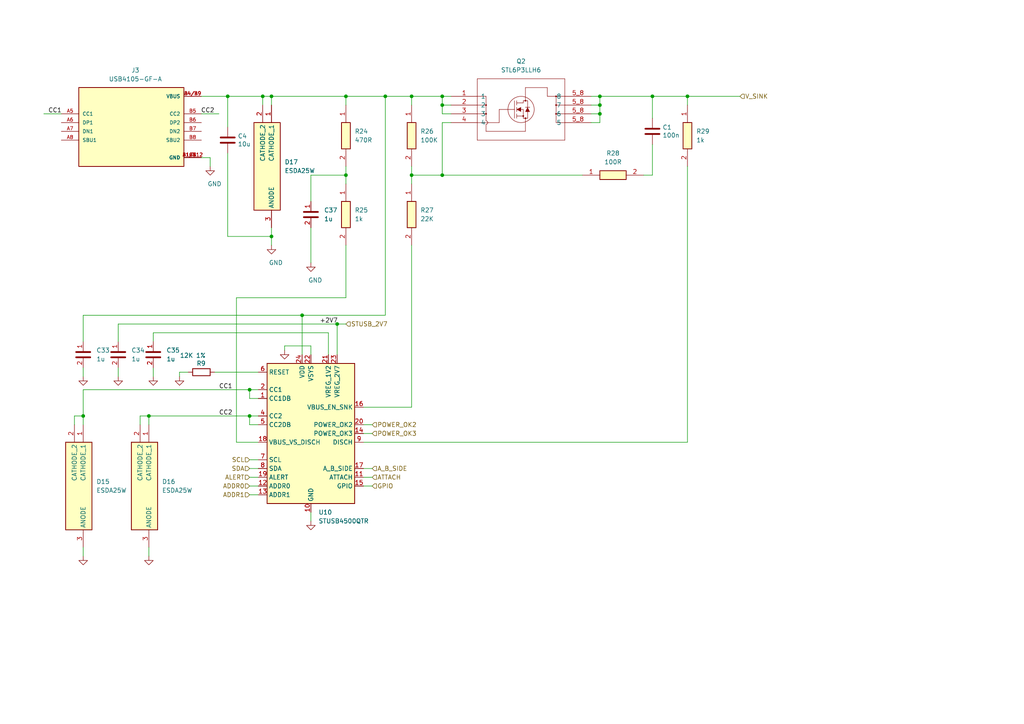
<source format=kicad_sch>
(kicad_sch (version 20230121) (generator eeschema)
  (paper "A4")
  (lib_symbols
    (symbol "08055C105JAT2A:08055C105JAT2A" (pin_names hide)
      (property "Reference" "C" (at 6.35 6.35 0))
      (property "Value" "1u" (at 6.35 3.81 0))
      (symbol "08055C105JAT2A_0_1"
        (polyline (pts (xy 3.048 -2.032) (xy 3.048 2.032)) (stroke (width 0.508)))
        (polyline (pts (xy 4.572 -2.032) (xy 4.572 2.032)) (stroke (width 0.508)))
      )
      (symbol "08055C105JAT2A_1_1"
        (pin passive line (at 0 0 0) (length 2.794) (name "~") (number "1"))
        (pin passive line (at 7.62 0 180) (length 2.794) (name "~") (number "2"))
      )
    )
    (symbol "Device:C" (pin_numbers hide) (pin_names (offset 0.254))
      (property "Reference" "C" (at 0.635 2.54 0))
      (property "Value" "C" (at 0.635 -2.54 0))
      (symbol "C_0_1"
        (polyline (pts (xy -2.032 -0.762) (xy 2.032 -0.762)) (stroke (width 0.508)))
        (polyline (pts (xy -2.032 0.762) (xy 2.032 0.762)) (stroke (width 0.508)))
      )
      (symbol "C_1_1"
        (pin passive line (at 0 3.81 270) (length 2.794) (name "~") (number "1"))
        (pin passive line (at 0 -3.81 90) (length 2.794) (name "~") (number "2"))
      )
    )
    (symbol "Device:R" (pin_numbers hide) (pin_names (offset 0))
      (property "Reference" "R" (at 2.032 0 90))
      (property "Value" "R" (at 0 0 90))
      (symbol "R_0_1"
        (rectangle (start -1.016 -2.54) (end 1.016 2.54) (stroke (width 0.254)))
      )
      (symbol "R_1_1"
        (pin passive line (at 0 3.81 270) (length 1.27) (name "~") (number "1"))
        (pin passive line (at 0 -3.81 90) (length 1.27) (name "~") (number "2"))
      )
    )
    (symbol "ESDA25W:ESDA25W"
      (property "Reference" "D" (at 31.75 7.62 0))
      (property "Value" "ESDA25W" (at 31.75 5.08 0))
      (symbol "ESDA25W_1_1"
        (rectangle (start 5.08 2.54) (end 30.48 -5.08) (stroke (width 0.254)) (fill (type background)))
        (pin passive line (at 0 0 0) (length 5.08) (name "CATHODE_1") (number "1"))
        (pin passive line (at 0 -2.54 0) (length 5.08) (name "CATHODE_2") (number "2"))
        (pin passive line (at 35.56 0 180) (length 5.08) (name "ANODE") (number "3"))
      )
    )
    (symbol "Interface_USB:STUSB4500QTR"
      (property "Reference" "U" (at -12.7 21.59 0))
      (property "Value" "STUSB4500QTR" (at 8.89 -21.59 0))
      (symbol "STUSB4500QTR_0_1"
        (rectangle (start -12.7 20.32) (end 12.7 -20.32) (stroke (width 0.254)) (fill (type background)))
      )
      (symbol "STUSB4500QTR_1_1"
        (pin bidirectional line (at -15.24 10.16 0) (length 2.54) (name "CC1DB") (number "1"))
        (pin power_in line (at 0 -22.86 90) (length 2.54) (name "GND") (number "10"))
        (pin open_collector line (at 15.24 -12.7 180) (length 2.54) (name "ATTACH") (number "11"))
        (pin input line (at -15.24 -15.24 0) (length 2.54) (name "ADDR0") (number "12"))
        (pin input line (at -15.24 -17.78 0) (length 2.54) (name "ADDR1") (number "13"))
        (pin open_collector line (at 15.24 0 180) (length 2.54) (name "POWER_OK3") (number "14"))
        (pin open_collector line (at 15.24 -15.24 180) (length 2.54) (name "GPIO") (number "15"))
        (pin open_collector line (at 15.24 7.62 180) (length 2.54) (name "VBUS_EN_SNK") (number "16"))
        (pin open_collector line (at 15.24 -10.16 180) (length 2.54) (name "A_B_SIDE") (number "17"))
        (pin input line (at -15.24 -2.54 0) (length 2.54) (name "VBUS_VS_DISCH") (number "18"))
        (pin open_collector line (at -15.24 -12.7 0) (length 2.54) (name "ALERT") (number "19"))
        (pin bidirectional line (at -15.24 12.7 0) (length 2.54) (name "CC1") (number "2"))
        (pin open_collector line (at 15.24 2.54 180) (length 2.54) (name "POWER_OK2") (number "20"))
        (pin power_out line (at 5.08 22.86 270) (length 2.54) (name "VREG_1V2") (number "21"))
        (pin power_in line (at 0 22.86 270) (length 2.54) (name "VSYS") (number "22"))
        (pin power_out line (at 7.62 22.86 270) (length 2.54) (name "VREG_2V7") (number "23"))
        (pin power_in line (at -2.54 22.86 270) (length 2.54) (name "VDD") (number "24"))
        (pin passive line (at 0 -22.86 90) (length 2.54) hide (name "GND") (number "25"))
        (pin no_connect line (at -12.7 15.24 0) (length 2.54) hide (name "NC") (number "3"))
        (pin bidirectional line (at -15.24 5.08 0) (length 2.54) (name "CC2") (number "4"))
        (pin bidirectional line (at -15.24 2.54 0) (length 2.54) (name "CC2DB") (number "5"))
        (pin input line (at -15.24 17.78 0) (length 2.54) (name "RESET") (number "6"))
        (pin input line (at -15.24 -7.62 0) (length 2.54) (name "SCL") (number "7"))
        (pin bidirectional line (at -15.24 -10.16 0) (length 2.54) (name "SDA") (number "8"))
        (pin bidirectional line (at 15.24 -2.54 180) (length 2.54) (name "DISCH") (number "9"))
      )
    )
    (symbol "STL6P3LLH6:STL6P3LLH6" (pin_names (offset 1.016))
      (property "Reference" "Q" (at 7.62 6.35 0))
      (property "Value" "STL6P3LLH6" (at 15.24 -15.24 0))
      (symbol "STL6P3LLH6_0_1"
        (polyline (pts (xy 7.62 -12.7) (xy 33.02 -12.7)) (stroke (width 0.127)))
        (polyline (pts (xy 7.62 -7.62) (xy 13.97 -7.62)) (stroke (width 0.127)))
        (polyline (pts (xy 7.62 -5.08) (xy 10.16 -5.08)) (stroke (width 0.127)))
        (polyline (pts (xy 7.62 -2.54) (xy 10.16 -2.54)) (stroke (width 0.127)))
        (polyline (pts (xy 7.62 0) (xy 10.16 0)) (stroke (width 0.127)))
        (polyline (pts (xy 7.62 5.08) (xy 7.62 -12.7)) (stroke (width 0.127)))
        (polyline (pts (xy 10.16 -10.16) (xy 21.59 -10.16)) (stroke (width 0.127)))
        (polyline (pts (xy 10.16 -8.128) (xy 10.16 -10.16)) (stroke (width 0.127)))
        (polyline (pts (xy 10.16 0) (xy 10.16 -7.112)) (stroke (width 0.127)))
        (polyline (pts (xy 13.97 -7.62) (xy 13.97 -3.81)) (stroke (width 0.127)))
        (polyline (pts (xy 13.97 -3.81) (xy 18.415 -3.81)) (stroke (width 0.127)))
        (polyline (pts (xy 18.415 -6.35) (xy 18.415 -1.27)) (stroke (width 0.127)))
        (polyline (pts (xy 19.05 -6.35) (xy 19.05 -5.08)) (stroke (width 0.127)))
        (polyline (pts (xy 19.05 -5.715) (xy 20.955 -5.715)) (stroke (width 0.127)))
        (polyline (pts (xy 19.05 -4.445) (xy 19.05 -3.175)) (stroke (width 0.127)))
        (polyline (pts (xy 19.05 -2.54) (xy 19.05 -1.27)) (stroke (width 0.127)))
        (polyline (pts (xy 19.05 -1.905) (xy 20.955 -1.905)) (stroke (width 0.127)))
        (polyline (pts (xy 20.32 -3.81) (xy 20.955 -3.81)) (stroke (width 0.127)))
        (polyline (pts (xy 20.955 -6.35) (xy 20.955 -3.81)) (stroke (width 0.127)))
        (polyline (pts (xy 20.955 -6.35) (xy 22.225 -6.35)) (stroke (width 0.127)))
        (polyline (pts (xy 20.955 -1.905) (xy 20.955 -1.27)) (stroke (width 0.127)))
        (polyline (pts (xy 20.955 -1.27) (xy 22.225 -1.27)) (stroke (width 0.127)))
        (polyline (pts (xy 21.59 -10.16) (xy 21.59 -6.35)) (stroke (width 0.127)))
        (polyline (pts (xy 21.59 2.54) (xy 21.59 -1.27)) (stroke (width 0.127)))
        (polyline (pts (xy 22.225 -6.35) (xy 22.225 -4.445)) (stroke (width 0.127)))
        (polyline (pts (xy 22.225 -3.175) (xy 22.225 -1.27)) (stroke (width 0.127)))
        (polyline (pts (xy 22.86 -3.175) (xy 21.59 -3.175)) (stroke (width 0.127)))
        (polyline (pts (xy 27.94 0) (xy 27.94 2.54)) (stroke (width 0.127)))
        (polyline (pts (xy 27.94 2.54) (xy 21.59 2.54)) (stroke (width 0.127)))
        (polyline (pts (xy 30.48 -7.62) (xy 30.48 0)) (stroke (width 0.127)))
        (polyline (pts (xy 33.02 -12.7) (xy 33.02 5.08)) (stroke (width 0.127)))
        (polyline (pts (xy 33.02 -7.62) (xy 30.48 -7.62)) (stroke (width 0.127)))
        (polyline (pts (xy 33.02 -5.08) (xy 30.48 -5.08)) (stroke (width 0.127)))
        (polyline (pts (xy 33.02 -2.54) (xy 30.48 -2.54)) (stroke (width 0.127)))
        (polyline (pts (xy 33.02 0) (xy 27.94 0)) (stroke (width 0.127)))
        (polyline (pts (xy 33.02 5.08) (xy 7.62 5.08)) (stroke (width 0.127)))
        (polyline (pts (xy 20.32 -3.175) (xy 19.05 -3.81) (xy 20.32 -4.445)) (stroke (width 0.0254)) (fill (type outline)))
        (polyline (pts (xy 22.86 -4.445) (xy 21.59 -4.445) (xy 22.225 -3.175)) (stroke (width 0.0254)) (fill (type outline)))
        (arc (start 10.16 -8.128) (mid 10.6658 -7.62) (end 10.16 -7.112) (stroke (width 0.127)))
        (circle (center 10.16 -5.08) (radius 0.127) (stroke (width 0.254)))
        (circle (center 10.16 -2.54) (radius 0.127) (stroke (width 0.254)))
        (circle (center 20.32 -3.81) (radius 3.81) (stroke (width 0.127)))
        (circle (center 20.955 -5.715) (radius 0.127) (stroke (width 0.254)))
        (circle (center 21.59 -6.35) (radius 0.127) (stroke (width 0.254)))
        (circle (center 21.59 -1.27) (radius 0.127) (stroke (width 0.254)))
        (circle (center 30.48 -5.08) (radius 0.127) (stroke (width 0.254)))
        (circle (center 30.48 -2.54) (radius 0.127) (stroke (width 0.254)))
        (circle (center 30.48 0) (radius 0.127) (stroke (width 0.254)))
        (pin unspecified line (at 0 0 0) (length 7.62) (name "1") (number "1"))
        (pin unspecified line (at 0 -2.54 0) (length 7.62) (name "2") (number "2"))
        (pin unspecified line (at 0 -5.08 0) (length 7.62) (name "3") (number "3"))
        (pin unspecified line (at 0 -7.62 0) (length 7.62) (name "4") (number "4"))
      )
      (symbol "STL6P3LLH6_1_1"
        (pin unspecified line (at 40.64 -7.62 180) (length 7.62) (name "5") (number "5_8"))
        (pin unspecified line (at 40.64 -5.08 180) (length 7.62) (name "6") (number "5_8"))
        (pin unspecified line (at 40.64 -2.54 180) (length 7.62) (name "7") (number "5_8"))
        (pin unspecified line (at 40.64 0 180) (length 7.62) (name "8") (number "5_8"))
      )
    )
    (symbol "SamacSys_Parts:CR0402-FX-1000GLF" (pin_names hide)
      (property "Reference" "R" (at 13.97 6.35 0))
      (property "Value" "CR0402-FX-1000GLF" (at 13.97 3.81 0))
      (symbol "CR0402-FX-1000GLF_1_1"
        (rectangle (start 5.08 1.27) (end 12.7 -1.27) (stroke (width 0.254)) (fill (type background)))
        (pin passive line (at 0 0 0) (length 5.08) (name "1") (number "1"))
        (pin passive line (at 17.78 0 180) (length 5.08) (name "2") (number "2"))
      )
    )
    (symbol "SamacSys_Parts:CR0402-FX-1003GLF" (pin_names hide)
      (property "Reference" "R" (at 13.97 6.35 0))
      (property "Value" "CR0402-FX-1003GLF" (at 13.97 3.81 0))
      (symbol "CR0402-FX-1003GLF_1_1"
        (rectangle (start 5.08 1.27) (end 12.7 -1.27) (stroke (width 0.254)) (fill (type background)))
        (pin passive line (at 0 0 0) (length 5.08) (name "1") (number "1"))
        (pin passive line (at 17.78 0 180) (length 5.08) (name "2") (number "2"))
      )
    )
    (symbol "SamacSys_Parts:CR0402-FX-2202GLF" (pin_names hide)
      (property "Reference" "R" (at 13.97 6.35 0))
      (property "Value" "CR0402-FX-2202GLF" (at 13.97 3.81 0))
      (symbol "CR0402-FX-2202GLF_1_1"
        (rectangle (start 5.08 1.27) (end 12.7 -1.27) (stroke (width 0.254)) (fill (type background)))
        (pin passive line (at 0 0 0) (length 5.08) (name "1") (number "1"))
        (pin passive line (at 17.78 0 180) (length 5.08) (name "2") (number "2"))
      )
    )
    (symbol "SamacSys_Parts:CR0402-JW-471GLF" (pin_names hide)
      (property "Reference" "R" (at 13.97 6.35 0))
      (property "Value" "470R" (at 13.97 3.81 0))
      (symbol "CR0402-JW-471GLF_1_1"
        (rectangle (start 5.08 1.27) (end 12.7 -1.27) (stroke (width 0.254)) (fill (type background)))
        (pin passive line (at 0 0 0) (length 5.08) (name "1") (number "1"))
        (pin passive line (at 17.78 0 180) (length 5.08) (name "2") (number "2"))
      )
    )
    (symbol "SamacSys_Parts:CR0402AFX-1001GLF" (pin_names hide)
      (property "Reference" "R" (at 13.97 6.35 0))
      (property "Value" "1k" (at 13.97 3.81 0))
      (symbol "CR0402AFX-1001GLF_1_1"
        (rectangle (start 5.08 1.27) (end 12.7 -1.27) (stroke (width 0.254)) (fill (type background)))
        (pin passive line (at 0 0 0) (length 5.08) (name "1") (number "1"))
        (pin passive line (at 17.78 0 180) (length 5.08) (name "2") (number "2"))
      )
    )
    (symbol "USB4105-GF-A:USB4105-GF-A" (pin_names (offset 1.016))
      (property "Reference" "J" (at -15.24 13.97 0))
      (property "Value" "USB4105-GF-A" (at -15.24 -12.7 0))
      (symbol "USB4105-GF-A_0_0"
        (rectangle (start -15.24 -10.16) (end 15.24 12.7) (stroke (width 0.254)) (fill (type background)))
        (pin power_in line (at 20.32 -7.62 180) (length 5.08) (name "GND") (number "A1/B12"))
        (pin power_in line (at 20.32 10.16 180) (length 5.08) (name "VBUS") (number "A4/B9"))
        (pin bidirectional line (at -20.32 5.08 0) (length 5.08) (name "CC1") (number "A5"))
        (pin bidirectional line (at -20.32 2.54 0) (length 5.08) (name "DP1") (number "A6"))
        (pin bidirectional line (at -20.32 0 0) (length 5.08) (name "DN1") (number "A7"))
        (pin bidirectional line (at -20.32 -2.54 0) (length 5.08) (name "SBU1") (number "A8"))
        (pin power_in line (at 20.32 -7.62 180) (length 5.08) (name "GND") (number "B1/A12"))
        (pin power_in line (at 20.32 10.16 180) (length 5.08) (name "VBUS") (number "B4/A9"))
        (pin bidirectional line (at 20.32 5.08 180) (length 5.08) (name "CC2") (number "B5"))
        (pin bidirectional line (at 20.32 2.54 180) (length 5.08) (name "DP2") (number "B6"))
        (pin bidirectional line (at 20.32 0 180) (length 5.08) (name "DN2") (number "B7"))
        (pin bidirectional line (at 20.32 -2.54 180) (length 5.08) (name "SBU2") (number "B8"))
        (pin power_in line (at 20.32 -7.62 180) (length 5.08) (name "GND") (number "G1"))
        (pin power_in line (at 20.32 -7.62 180) (length 5.08) (name "GND") (number "G2"))
        (pin power_in line (at 20.32 -7.62 180) (length 5.08) (name "GND") (number "G3"))
        (pin power_in line (at 20.32 -7.62 180) (length 5.08) (name "GND") (number "G4"))
      )
    )
    (symbol "power:GND" (power) (pin_names (offset 0))
      (property "Value" "GND" (at 0 -3.81 0))
      (symbol "GND_0_1"
        (polyline (pts (xy 0 0) (xy 0 -1.27) (xy 1.27 -1.27) (xy 0 -2.54) (xy -1.27 -1.27) (xy 0 -1.27)))
      )
      (symbol "GND_1_1"
        (pin power_in line (at 0 0 270) (length 0) hide (name "GND") (number "1"))
      )
    )
  )
  (junction (at 173.99 33.02))
  (junction (at 97.79 93.98))
  (junction (at 128.27 50.8))
  (junction (at 72.39 120.65))
  (junction (at 72.39 113.03))
  (junction (at 173.99 27.94))
  (junction (at 100.33 27.94))
  (junction (at 100.33 50.8))
  (junction (at 189.23 27.94))
  (junction (at 119.38 27.94))
  (junction (at 76.2 27.94))
  (junction (at 24.13 120.65))
  (junction (at 43.18 120.65))
  (junction (at 128.27 30.48))
  (junction (at 111.76 27.94))
  (junction (at 119.38 50.8))
  (junction (at 128.27 27.94))
  (junction (at 66.04 27.94))
  (junction (at 199.39 27.94))
  (junction (at 78.74 68.58))
  (junction (at 78.74 27.94))
  (junction (at 87.63 91.44))
  (junction (at 173.99 30.48))
  (wire (pts (xy 74.93 128.27) (xy 68.58 128.27)))
  (wire (pts (xy 189.23 50.8) (xy 189.23 41.91)))
  (wire (pts (xy 72.39 113.03) (xy 24.13 113.03)))
  (wire (pts (xy 24.13 158.75) (xy 24.13 161.29)))
  (wire (pts (xy 100.33 50.8) (xy 100.33 53.34)))
  (wire (pts (xy 58.42 27.94) (xy 66.04 27.94)))
  (wire (pts (xy 173.99 27.94) (xy 189.23 27.94)))
  (wire (pts (xy 105.41 125.73) (xy 107.95 125.73)))
  (wire (pts (xy 74.93 120.65) (xy 72.39 120.65)))
  (wire (pts (xy 105.41 140.97) (xy 107.95 140.97)))
  (wire (pts (xy 189.23 27.94) (xy 189.23 34.29)))
  (wire (pts (xy 78.74 27.94) (xy 78.74 30.48)))
  (wire (pts (xy 171.45 30.48) (xy 173.99 30.48)))
  (wire (pts (xy 199.39 27.94) (xy 199.39 30.48)))
  (wire (pts (xy 68.58 128.27) (xy 68.58 86.36)))
  (wire (pts (xy 74.93 113.03) (xy 72.39 113.03)))
  (wire (pts (xy 90.17 102.87) (xy 90.17 100.33)))
  (wire (pts (xy 119.38 27.94) (xy 128.27 27.94)))
  (wire (pts (xy 130.81 30.48) (xy 128.27 30.48)))
  (wire (pts (xy 58.42 33.02) (xy 63.5 33.02)))
  (wire (pts (xy 186.69 50.8) (xy 189.23 50.8)))
  (wire (pts (xy 44.45 106.68) (xy 44.45 109.22)))
  (wire (pts (xy 43.18 120.65) (xy 43.18 123.19)))
  (wire (pts (xy 52.07 107.95) (xy 52.07 109.22)))
  (wire (pts (xy 66.04 27.94) (xy 66.04 36.83)))
  (wire (pts (xy 100.33 27.94) (xy 111.76 27.94)))
  (wire (pts (xy 90.17 66.04) (xy 90.17 76.2)))
  (wire (pts (xy 90.17 50.8) (xy 100.33 50.8)))
  (wire (pts (xy 171.45 27.94) (xy 173.99 27.94)))
  (wire (pts (xy 72.39 120.65) (xy 72.39 123.19)))
  (wire (pts (xy 111.76 27.94) (xy 119.38 27.94)))
  (wire (pts (xy 171.45 35.56) (xy 173.99 35.56)))
  (wire (pts (xy 78.74 68.58) (xy 78.74 66.04)))
  (wire (pts (xy 119.38 50.8) (xy 119.38 53.34)))
  (wire (pts (xy 76.2 27.94) (xy 76.2 30.48)))
  (wire (pts (xy 199.39 128.27) (xy 105.41 128.27)))
  (wire (pts (xy 72.39 115.57) (xy 74.93 115.57)))
  (wire (pts (xy 105.41 123.19) (xy 107.95 123.19)))
  (wire (pts (xy 21.59 120.65) (xy 24.13 120.65)))
  (wire (pts (xy 100.33 71.12) (xy 100.33 86.36)))
  (wire (pts (xy 87.63 91.44) (xy 24.13 91.44)))
  (wire (pts (xy 128.27 30.48) (xy 128.27 27.94)))
  (wire (pts (xy 171.45 33.02) (xy 173.99 33.02)))
  (wire (pts (xy 68.58 86.36) (xy 100.33 86.36)))
  (wire (pts (xy 173.99 30.48) (xy 173.99 27.94)))
  (wire (pts (xy 97.79 93.98) (xy 100.33 93.98)))
  (wire (pts (xy 119.38 118.11) (xy 105.41 118.11)))
  (wire (pts (xy 54.61 107.95) (xy 52.07 107.95)))
  (wire (pts (xy 119.38 50.8) (xy 128.27 50.8)))
  (wire (pts (xy 199.39 48.26) (xy 199.39 128.27)))
  (wire (pts (xy 78.74 27.94) (xy 100.33 27.94)))
  (wire (pts (xy 24.13 91.44) (xy 24.13 99.06)))
  (wire (pts (xy 66.04 27.94) (xy 76.2 27.94)))
  (wire (pts (xy 62.23 107.95) (xy 74.93 107.95)))
  (wire (pts (xy 66.04 68.58) (xy 78.74 68.58)))
  (wire (pts (xy 78.74 68.58) (xy 78.74 71.12)))
  (wire (pts (xy 40.64 120.65) (xy 43.18 120.65)))
  (wire (pts (xy 60.96 45.72) (xy 58.42 45.72)))
  (wire (pts (xy 21.59 123.19) (xy 21.59 120.65)))
  (wire (pts (xy 111.76 27.94) (xy 111.76 91.44)))
  (wire (pts (xy 72.39 135.89) (xy 74.93 135.89)))
  (wire (pts (xy 97.79 93.98) (xy 34.29 93.98)))
  (wire (pts (xy 82.55 100.33) (xy 90.17 100.33)))
  (wire (pts (xy 128.27 33.02) (xy 128.27 30.48)))
  (wire (pts (xy 90.17 148.59) (xy 90.17 151.13)))
  (wire (pts (xy 24.13 120.65) (xy 24.13 123.19)))
  (wire (pts (xy 72.39 140.97) (xy 74.93 140.97)))
  (wire (pts (xy 34.29 106.68) (xy 34.29 109.22)))
  (wire (pts (xy 128.27 35.56) (xy 128.27 50.8)))
  (wire (pts (xy 72.39 133.35) (xy 74.93 133.35)))
  (wire (pts (xy 90.17 58.42) (xy 90.17 50.8)))
  (wire (pts (xy 100.33 27.94) (xy 100.33 30.48)))
  (wire (pts (xy 111.76 91.44) (xy 87.63 91.44)))
  (wire (pts (xy 100.33 48.26) (xy 100.33 50.8)))
  (wire (pts (xy 119.38 48.26) (xy 119.38 50.8)))
  (wire (pts (xy 66.04 44.45) (xy 66.04 68.58)))
  (wire (pts (xy 82.55 100.33) (xy 82.55 101.6)))
  (wire (pts (xy 95.25 96.52) (xy 44.45 96.52)))
  (wire (pts (xy 72.39 113.03) (xy 72.39 115.57)))
  (wire (pts (xy 72.39 123.19) (xy 74.93 123.19)))
  (wire (pts (xy 43.18 158.75) (xy 43.18 161.29)))
  (wire (pts (xy 12.7 33.02) (xy 17.78 33.02)))
  (wire (pts (xy 119.38 30.48) (xy 119.38 27.94)))
  (wire (pts (xy 105.41 135.89) (xy 107.95 135.89)))
  (wire (pts (xy 40.64 123.19) (xy 40.64 120.65)))
  (wire (pts (xy 173.99 33.02) (xy 173.99 30.48)))
  (wire (pts (xy 199.39 27.94) (xy 214.63 27.94)))
  (wire (pts (xy 72.39 143.51) (xy 74.93 143.51)))
  (wire (pts (xy 128.27 27.94) (xy 130.81 27.94)))
  (wire (pts (xy 72.39 120.65) (xy 43.18 120.65)))
  (wire (pts (xy 60.96 48.26) (xy 60.96 45.72)))
  (wire (pts (xy 130.81 35.56) (xy 128.27 35.56)))
  (wire (pts (xy 24.13 113.03) (xy 24.13 120.65)))
  (wire (pts (xy 87.63 102.87) (xy 87.63 91.44)))
  (wire (pts (xy 130.81 33.02) (xy 128.27 33.02)))
  (wire (pts (xy 189.23 27.94) (xy 199.39 27.94)))
  (wire (pts (xy 128.27 50.8) (xy 168.91 50.8)))
  (wire (pts (xy 97.79 102.87) (xy 97.79 93.98)))
  (wire (pts (xy 76.2 27.94) (xy 78.74 27.94)))
  (wire (pts (xy 95.25 102.87) (xy 95.25 96.52)))
  (wire (pts (xy 34.29 93.98) (xy 34.29 99.06)))
  (wire (pts (xy 72.39 138.43) (xy 74.93 138.43)))
  (wire (pts (xy 173.99 35.56) (xy 173.99 33.02)))
  (wire (pts (xy 119.38 71.12) (xy 119.38 118.11)))
  (wire (pts (xy 24.13 106.68) (xy 24.13 109.22)))
  (wire (pts (xy 105.41 138.43) (xy 107.95 138.43)))
  (wire (pts (xy 44.45 96.52) (xy 44.45 99.06)))
  (label "CC2" (at 63.5 120.65 0))
  (label "CC2" (at 62.23 33.02 180))
  (label "CC1" (at 13.97 33.02 0))
  (label "+2V7" (at 92.71 93.98 0))
  (label "CC1" (at 63.5 113.03 0))
  (hierarchical_label "SCL" (shape input) (at 72.39 133.35 180))
  (hierarchical_label "V_SINK" (shape input) (at 214.63 27.94 0))
  (hierarchical_label "A_B_SIDE" (shape input) (at 107.95 135.89 0))
  (hierarchical_label "ATTACH" (shape input) (at 107.95 138.43 0))
  (hierarchical_label "STUSB_2V7" (shape input) (at 100.33 93.98 0))
  (hierarchical_label "ADDR1" (shape input) (at 72.39 143.51 180))
  (hierarchical_label "GPIO" (shape input) (at 107.95 140.97 0))
  (hierarchical_label "POWER_OK2" (shape input) (at 107.95 123.19 0))
  (hierarchical_label "POWER_OK3" (shape input) (at 107.95 125.73 0))
  (hierarchical_label "ALERT" (shape input) (at 72.39 138.43 180))
  (hierarchical_label "SDA" (shape input) (at 72.39 135.89 180))
  (hierarchical_label "ADDR0" (shape input) (at 72.39 140.97 180))
  (symbol (lib_id "power:GND") (at 24.13 109.22 0) (unit 1)
    (property "Reference" "#PWR09" (effects hide))
    (property "Value" "GND" (effects hide))
    (instances (project "rpi-cm4-base-carrier" (path "" (reference "#PWR09") (unit 1)) (path "" (reference "#PWR067") (unit 1)) (path "" (reference "#PWR023") (unit 1))))
  )
  (symbol (lib_id "power:GND") (at 60.96 48.26 0) (unit 1)
    (property "Reference" "#PWR09" (effects hide))
    (property "Value" "GND" (at 62.23 53.34 0))
    (instances (project "rpi-cm4-base-carrier" (path "" (reference "#PWR09") (unit 1)) (path "" (reference "#PWR073") (unit 1)) (path "" (reference "#PWR029") (unit 1))))
  )
  (symbol (lib_id "08055C105JAT2A:08055C105JAT2A") (at 44.45 99.06 270) (unit 1)
    (property "Reference" "C35" (at 48.26 101.6 90) (effects (justify left)))
    (property "Value" "1u" (at 48.26 104.14 90) (effects (justify left)))
    (property "Footprint" "RESC2012X140N:RESC2012X140N" (effects hide))
    (property "Datasheet" "https://componentsearchengine.com/Datasheets/1/08055C105JAT2A.pdf" (effects hide))
    (property "Height" "1.4" (effects hide))
    (property "Mouser Part Number" "581-08055C105JAT2A" (effects hide))
    (property "Mouser Price/Stock" "https://www.mouser.com/Search/Refine.aspx?Keyword=581-08055C105JAT2A" (effects hide))
    (property "Manufacturer_Name" "AVX" (effects hide))
    (property "Manufacturer_Part_Number" "08055C105JAT2A" (effects hide))
    (instances (project "rpi-cm4-base-carrier" (path "" (reference "C35") (unit 1)) (path "" (reference "C11") (unit 1))))
  )
  (symbol (lib_id "ESDA25W:ESDA25W") (at 78.74 30.48 270) (unit 1)
    (property "Reference" "D17" (at 82.55 46.99 90) (effects (justify left)))
    (property "Value" "ESDA25W" (at 82.55 49.53 90) (effects (justify left)))
    (property "Footprint" "SOT65P210X110-3N:SOT65P210X110-3N" (effects hide))
    (property "Datasheet" "https://www.st.com/resource/en/datasheet/esdaxxxwx.pdf" (effects hide))
    (property "Height" "1.1" (effects hide))
    (property "Mouser Part Number" "511-ESDA25W" (effects hide))
    (property "Mouser Price/Stock" "https://www.mouser.co.uk/ProductDetail/STMicroelectronics/ESDA25W?qs=f9uBznyCLhbO4Du0O%2FZtlA%3D%3D" (effects hide))
    (property "Manufacturer_Name" "STMicroelectronics" (effects hide))
    (property "Manufacturer_Part_Number" "ESDA25W" (effects hide))
    (instances (project "rpi-cm4-base-carrier" (path "" (reference "D17") (unit 1)) (path "" (reference "D7") (unit 1))))
  )
  (symbol (lib_id "ESDA25W:ESDA25W") (at 43.18 123.19 270) (unit 1)
    (property "Reference" "D16" (at 46.99 139.7 90) (effects (justify left)))
    (property "Value" "ESDA25W" (at 46.99 142.24 90) (effects (justify left)))
    (property "Footprint" "SOT65P210X110-3N:SOT65P210X110-3N" (effects hide))
    (property "Datasheet" "https://www.st.com/resource/en/datasheet/esdaxxxwx.pdf" (effects hide))
    (property "Height" "1.1" (effects hide))
    (property "Mouser Part Number" "511-ESDA25W" (effects hide))
    (property "Mouser Price/Stock" "https://www.mouser.co.uk/ProductDetail/STMicroelectronics/ESDA25W?qs=f9uBznyCLhbO4Du0O%2FZtlA%3D%3D" (effects hide))
    (property "Manufacturer_Name" "STMicroelectronics" (effects hide))
    (property "Manufacturer_Part_Number" "ESDA25W" (effects hide))
    (instances (project "rpi-cm4-base-carrier" (path "" (reference "D16") (unit 1)) (path "" (reference "D6") (unit 1))))
  )
  (symbol (lib_id "Device:R") (at 58.42 107.95 90) (unit 1)
    (property "Reference" "R9" (at 59.69 105.41 90) (effects (justify left)))
    (property "Value" "12K 1%" (at 59.69 103.0986 90) (effects (justify left)))
    (property "Footprint" "Resistor_SMD:R_0402_1005Metric" (effects hide))
    (property "Datasheet" "https://fscdn.rohm.com/en/products/databook/datasheet/passive/resistor/chip_resistor/mcr-e.pdf" (effects hide))
    (property "Field4" "Farnell" (effects hide))
    (property "Field5" "9239367" (effects hide))
    (property "Field7" "Rohm" (effects hide))
    (property "Field6" "MCR01MZPF1202" (effects hide))
    (property "Part Description" "Resistor 12K M1005 1% 63mW" (effects hide))
    (instances (project "rpi-cm4-base-carrier" (path "" (reference "R9") (unit 1)) (path "" (reference "R23") (unit 1)) (path "" (reference "R4") (unit 1))) (project "CM4IOv5" (path "" (reference "R29") (unit 1))))
  )
  (symbol (lib_id "power:GND") (at 34.29 109.22 0) (unit 1)
    (property "Reference" "#PWR09" (effects hide))
    (property "Value" "GND" (effects hide))
    (instances (project "rpi-cm4-base-carrier" (path "" (reference "#PWR09") (unit 1)) (path "" (reference "#PWR069") (unit 1)) (path "" (reference "#PWR025") (unit 1))))
  )
  (symbol (lib_id "08055C105JAT2A:08055C105JAT2A") (at 90.17 58.42 270) (unit 1)
    (property "Reference" "C37" (at 93.98 60.96 90) (effects (justify left)))
    (property "Value" "1u" (at 93.98 63.5 90) (effects (justify left)))
    (property "Footprint" "RESC2012X140N:RESC2012X140N" (effects hide))
    (property "Datasheet" "https://componentsearchengine.com/Datasheets/1/08055C105JAT2A.pdf" (effects hide))
    (property "Height" "1.4" (effects hide))
    (property "Mouser Part Number" "581-08055C105JAT2A" (effects hide))
    (property "Mouser Price/Stock" "https://www.mouser.com/Search/Refine.aspx?Keyword=581-08055C105JAT2A" (effects hide))
    (property "Manufacturer_Name" "AVX" (effects hide))
    (property "Manufacturer_Part_Number" "08055C105JAT2A" (effects hide))
    (instances (project "rpi-cm4-base-carrier" (path "" (reference "C37") (unit 1)) (path "" (reference "C13") (unit 1))))
  )
  (symbol (lib_id "STL6P3LLH6:STL6P3LLH6") (at 130.81 27.94 0) (unit 1)
    (property "Reference" "Q2" (at 151.13 17.78 0))
    (property "Value" "STL6P3LLH6" (at 151.13 20.32 0))
    (property "Footprint" "TRANS_STL6P3LLH6:TRANS_STL6P3LLH6" (effects hide))
    (property "PARTREV" "4" (effects hide))
    (property "MANUFACTURER" "STMicroelectronics" (effects hide))
    (property "MAXIMUM_PACKAGE_HEIGHT" "0.9 mm" (effects hide))
    (property "STANDARD" "Manufacturer Recommendations" (effects hide))
    (instances (project "rpi-cm4-base-carrier" (path "" (reference "Q2") (unit 1)) (path "" (reference "Q1") (unit 1))))
  )
  (symbol (lib_id "ESDA25W:ESDA25W") (at 24.13 123.19 270) (unit 1)
    (property "Reference" "D15" (at 27.94 139.7 90) (effects (justify left)))
    (property "Value" "ESDA25W" (at 27.94 142.24 90) (effects (justify left)))
    (property "Footprint" "SOT65P210X110-3N:SOT65P210X110-3N" (effects hide))
    (property "Datasheet" "https://www.st.com/resource/en/datasheet/esdaxxxwx.pdf" (effects hide))
    (property "Height" "1.1" (effects hide))
    (property "Mouser Part Number" "511-ESDA25W" (effects hide))
    (property "Mouser Price/Stock" "https://www.mouser.co.uk/ProductDetail/STMicroelectronics/ESDA25W?qs=f9uBznyCLhbO4Du0O%2FZtlA%3D%3D" (effects hide))
    (property "Manufacturer_Name" "STMicroelectronics" (effects hide))
    (property "Manufacturer_Part_Number" "ESDA25W" (effects hide))
    (instances (project "rpi-cm4-base-carrier" (path "" (reference "D15") (unit 1)) (path "" (reference "D5") (unit 1))))
  )
  (symbol (lib_id "08055C105JAT2A:08055C105JAT2A") (at 34.29 99.06 270) (unit 1)
    (property "Reference" "C34" (at 38.1 101.6 90) (effects (justify left)))
    (property "Value" "1u" (at 38.1 104.14 90) (effects (justify left)))
    (property "Footprint" "RESC2012X140N:RESC2012X140N" (effects hide))
    (property "Datasheet" "https://componentsearchengine.com/Datasheets/1/08055C105JAT2A.pdf" (effects hide))
    (property "Height" "1.4" (effects hide))
    (property "Mouser Part Number" "581-08055C105JAT2A" (effects hide))
    (property "Mouser Price/Stock" "https://www.mouser.com/Search/Refine.aspx?Keyword=581-08055C105JAT2A" (effects hide))
    (property "Manufacturer_Name" "AVX" (effects hide))
    (property "Manufacturer_Part_Number" "08055C105JAT2A" (effects hide))
    (instances (project "rpi-cm4-base-carrier" (path "" (reference "C34") (unit 1)) (path "" (reference "C10") (unit 1))))
  )
  (symbol (lib_id "SamacSys_Parts:CR0402-FX-2202GLF") (at 119.38 53.34 270) (unit 1)
    (property "Reference" "R27" (at 121.92 60.96 90) (effects (justify left)))
    (property "Value" "22K" (at 121.92 63.5 90) (effects (justify left)))
    (property "Footprint" "SamacSys_Parts:RESC1005X40N" (effects hide))
    (property "Datasheet" "https://componentsearchengine.com/Datasheets/1/CR0402-FX-2202GLF.pdf" (effects hide))
    (property "Height" "0.4" (effects hide))
    (property "Mouser Part Number" "652-CR0402FX-2202GLF" (effects hide))
    (property "Mouser Price/Stock" "https://www.mouser.com/Search/Refine.aspx?Keyword=652-CR0402FX-2202GLF" (effects hide))
    (property "Manufacturer_Name" "Bourns" (effects hide))
    (property "Manufacturer_Part_Number" "CR0402-FX-2202GLF" (effects hide))
    (instances (project "rpi-cm4-base-carrier" (path "" (reference "R27") (unit 1)) (path "" (reference "R8") (unit 1))))
  )
  (symbol (lib_id "power:GND") (at 44.45 109.22 0) (unit 1)
    (property "Reference" "#PWR09" (effects hide))
    (property "Value" "GND" (effects hide))
    (instances (project "rpi-cm4-base-carrier" (path "" (reference "#PWR09") (unit 1)) (path "" (reference "#PWR071") (unit 1)) (path "" (reference "#PWR027") (unit 1))))
  )
  (symbol (lib_id "SamacSys_Parts:CR0402-FX-1003GLF") (at 119.38 30.48 270) (unit 1)
    (property "Reference" "R26" (at 121.92 38.1 90) (effects (justify left)))
    (property "Value" "100K" (at 121.92 40.64 90) (effects (justify left)))
    (property "Footprint" "SamacSys_Parts:RESC1005X40N" (effects hide))
    (property "Datasheet" "https://www.bourns.com/pdfs/CR0402.pdf" (effects hide))
    (property "Height" "0.4" (effects hide))
    (property "Mouser Part Number" "652-CR0402FX-1003GLF" (effects hide))
    (property "Mouser Price/Stock" "https://www.mouser.co.uk/ProductDetail/Bourns/CR0402-FX-1003GLF?qs=URDPQ%2Fj0cz1ZruPSJQ7fsA%3D%3D" (effects hide))
    (property "Manufacturer_Name" "Bourns" (effects hide))
    (property "Manufacturer_Part_Number" "CR0402-FX-1003GLF" (effects hide))
    (instances (project "rpi-cm4-base-carrier" (path "" (reference "R26") (unit 1)) (path "" (reference "R7") (unit 1))))
  )
  (symbol (lib_id "Device:C") (at 66.04 40.64 0) (unit 1)
    (property "Reference" "C4" (at 68.961 39.4716 0) (effects (justify left)))
    (property "Value" "10u" (at 68.961 41.783 0) (effects (justify left)))
    (property "Footprint" "Capacitor_SMD:C_0805_2012Metric" (effects hide))
    (property "Datasheet" "https://search.murata.co.jp/Ceramy/image/img/A01X/G101/ENG/GRM21BR71A106KA73-01.pdf" (effects hide))
    (property "Field5" "490-14381-1-ND" (effects hide))
    (property "Field4" "Digikey" (effects hide))
    (property "Field6" "GRM21BR71A106KA73L" (effects hide))
    (property "Field7" "Murata" (effects hide))
    (property "Part Description" "	10uF 10% 10V Ceramic Capacitor X7R 0805 (2012 Metric)" (effects hide))
    (property "Field8" "111893011" (effects hide))
    (instances (project "rpi-cm4-base-carrier" (path "" (reference "C4") (unit 1)) (path "" (reference "C36") (unit 1)) (path "" (reference "C12") (unit 1))) (project "CM4IOv5" (path "" (reference "C5") (unit 1))))
  )
  (symbol (lib_id "power:GND") (at 90.17 151.13 0) (unit 1)
    (property "Reference" "#PWR09" (effects hide))
    (property "Value" "GND" (effects hide))
    (instances (project "rpi-cm4-base-carrier" (path "" (reference "#PWR09") (unit 1)) (path "" (reference "#PWR077") (unit 1)) (path "" (reference "#PWR033") (unit 1))))
  )
  (symbol (lib_id "SamacSys_Parts:CR0402AFX-1001GLF") (at 100.33 53.34 270) (unit 1)
    (property "Reference" "R25" (at 102.87 60.96 90) (effects (justify left)))
    (property "Value" "1k" (at 102.87 63.5 90) (effects (justify left)))
    (property "Footprint" "SamacSys_Parts:RESC1005X37N" (effects hide))
    (property "Datasheet" "https://www.mouser.ca/datasheet/2/54/cr_a-1858337.pdf" (effects hide))
    (property "Height" "0.37" (effects hide))
    (property "Mouser Part Number" "652-CR0402AFX1001GLF" (effects hide))
    (property "Mouser Price/Stock" "https://www.mouser.co.uk/ProductDetail/Bourns/CR0402AFX-1001GLF?qs=GedFDFLaBXGtEgTtdRRFew%3D%3D" (effects hide))
    (property "Manufacturer_Name" "Bourns" (effects hide))
    (property "Manufacturer_Part_Number" "CR0402AFX-1001GLF" (effects hide))
    (instances (project "rpi-cm4-base-carrier" (path "" (reference "R25") (unit 1)) (path "" (reference "R6") (unit 1))))
  )
  (symbol (lib_id "power:GND") (at 24.13 161.29 0) (unit 1)
    (property "Reference" "#PWR09" (effects hide))
    (property "Value" "GND" (effects hide))
    (instances (project "rpi-cm4-base-carrier" (path "" (reference "#PWR09") (unit 1)) (path "" (reference "#PWR068") (unit 1)) (path "" (reference "#PWR024") (unit 1))))
  )
  (symbol (lib_id "SamacSys_Parts:CR0402-JW-471GLF") (at 100.33 30.48 270) (unit 1)
    (property "Reference" "R24" (at 102.87 38.1 90) (effects (justify left)))
    (property "Value" "470R" (at 102.87 40.64 90) (effects (justify left)))
    (property "Footprint" "SamacSys_Parts:RESC1005X40N" (effects hide))
    (property "Datasheet" "https://www.bourns.com/pdfs/CR0402.pdf" (effects hide))
    (property "Height" "0.4" (effects hide))
    (property "Mouser Part Number" "652-CR0402JW-471GLF" (effects hide))
    (property "Mouser Price/Stock" "https://www.mouser.co.uk/ProductDetail/Bourns/CR0402-JW-471GLF?qs=K5ddiUFZPT66VZszaBeSwg%3D%3D" (effects hide))
    (property "Manufacturer_Name" "Bourns" (effects hide))
    (property "Manufacturer_Part_Number" "CR0402-JW-471GLF" (effects hide))
    (instances (project "rpi-cm4-base-carrier" (path "" (reference "R24") (unit 1)) (path "" (reference "R5") (unit 1))))
  )
  (symbol (lib_id "power:GND") (at 90.17 76.2 0) (unit 1)
    (property "Reference" "#PWR09" (effects hide))
    (property "Value" "GND" (at 91.44 81.28 0))
    (instances (project "rpi-cm4-base-carrier" (path "" (reference "#PWR09") (unit 1)) (path "" (reference "#PWR076") (unit 1)) (path "" (reference "#PWR032") (unit 1))))
  )
  (symbol (lib_id "USB4105-GF-A:USB4105-GF-A") (at 38.1 38.1 0) (unit 1)
    (property "Reference" "J3" (at 39.2724 20.3864 0))
    (property "Value" "USB4105-GF-A" (at 39.2724 22.9264 0))
    (property "Footprint" "USB4105-GF-A:GCT_USB4105-GF-A" (effects hide))
    (property "AVAILABILITY" "Unavailable" (effects hide))
    (property "DESCRIPTION" "USB - C _Type - C_ USB 2.0 Receptacle Connector 24 Position Surface Mount, Right Angle; Through Hole" (effects hide))
    (property "PRICE" "None" (effects hide))
    (property "MP" "USB4105" (effects hide))
    (property "MF" "Global Connector Technology" (effects hide))
    (property "PACKAGE" "Package Analog Devices" (effects hide))
    (property "Manufacturer" "GCT" (effects hide))
    (property "MPN" "USB4105-GF-A" (effects hide))
    (property "Digi-Key_PN" "2073-USB4105-GF-ACT-ND" (effects hide))
    (instances (project "rpi-cm4-base-carrier" (path "" (reference "J3") (unit 1)) (path "" (reference "J11") (unit 1)) (path "" (reference "J5") (unit 1))))
  )
  (symbol (lib_id "Device:C") (at 189.23 38.1 0) (unit 1)
    (property "Reference" "C1" (at 192.151 36.9316 0) (effects (justify left)))
    (property "Value" "100n" (at 192.151 39.243 0) (effects (justify left)))
    (property "Footprint" "Capacitor_SMD:C_0402_1005Metric" (effects hide))
    (property "Datasheet" "https://search.murata.co.jp/Ceramy/image/img/A01X/G101/ENG/GRM155R71C104KA88-01.pdf" (effects hide))
    (property "Field4" "Farnell" (effects hide))
    (property "Field5" "2611911" (effects hide))
    (property "Field6" "RM EMK105 B7104KV-F" (effects hide))
    (property "Field7" "TAIYO YUDEN EUROPE GMBH" (effects hide))
    (property "Part Description" "	0.1uF 10% 16V Ceramic Capacitor X7R 0402 (1005 Metric)" (effects hide))
    (property "Field8" "110091611" (effects hide))
    (instances (project "rpi-cm4-base-carrier" (path "" (reference "C1") (unit 1)) (path "" (reference "C38") (unit 1)) (path "" (reference "C14") (unit 1))) (project "CM4IOv5" (path "" (reference "C12") (unit 1))))
  )
  (symbol (lib_id "power:GND") (at 82.55 101.6 0) (unit 1)
    (property "Reference" "#PWR09" (effects hide))
    (property "Value" "GND" (effects hide))
    (instances (project "rpi-cm4-base-carrier" (path "" (reference "#PWR09") (unit 1)) (path "" (reference "#PWR075") (unit 1)) (path "" (reference "#PWR031") (unit 1))))
  )
  (symbol (lib_id "SamacSys_Parts:CR0402AFX-1001GLF") (at 199.39 30.48 270) (unit 1)
    (property "Reference" "R29" (at 201.93 38.1 90) (effects (justify left)))
    (property "Value" "1k" (at 201.93 40.64 90) (effects (justify left)))
    (property "Footprint" "SamacSys_Parts:RESC1005X37N" (effects hide))
    (property "Datasheet" "https://www.mouser.ca/datasheet/2/54/cr_a-1858337.pdf" (effects hide))
    (property "Height" "0.37" (effects hide))
    (property "Mouser Part Number" "652-CR0402AFX1001GLF" (effects hide))
    (property "Mouser Price/Stock" "https://www.mouser.co.uk/ProductDetail/Bourns/CR0402AFX-1001GLF?qs=GedFDFLaBXGtEgTtdRRFew%3D%3D" (effects hide))
    (property "Manufacturer_Name" "Bourns" (effects hide))
    (property "Manufacturer_Part_Number" "CR0402AFX-1001GLF" (effects hide))
    (instances (project "rpi-cm4-base-carrier" (path "" (reference "R29") (unit 1)) (path "" (reference "R10") (unit 1))))
  )
  (symbol (lib_id "power:GND") (at 43.18 161.29 0) (unit 1)
    (property "Reference" "#PWR09" (effects hide))
    (property "Value" "GND" (effects hide))
    (instances (project "rpi-cm4-base-carrier" (path "" (reference "#PWR09") (unit 1)) (path "" (reference "#PWR070") (unit 1)) (path "" (reference "#PWR026") (unit 1))))
  )
  (symbol (lib_id "08055C105JAT2A:08055C105JAT2A") (at 24.13 99.06 270) (unit 1)
    (property "Reference" "C33" (at 27.94 101.6 90) (effects (justify left)))
    (property "Value" "1u" (at 27.94 104.14 90) (effects (justify left)))
    (property "Footprint" "RESC2012X140N:RESC2012X140N" (effects hide))
    (property "Datasheet" "https://componentsearchengine.com/Datasheets/1/08055C105JAT2A.pdf" (effects hide))
    (property "Height" "1.4" (effects hide))
    (property "Mouser Part Number" "581-08055C105JAT2A" (effects hide))
    (property "Mouser Price/Stock" "https://www.mouser.com/Search/Refine.aspx?Keyword=581-08055C105JAT2A" (effects hide))
    (property "Manufacturer_Name" "AVX" (effects hide))
    (property "Manufacturer_Part_Number" "08055C105JAT2A" (effects hide))
    (instances (project "rpi-cm4-base-carrier" (path "" (reference "C33") (unit 1)) (path "" (reference "C9") (unit 1))))
  )
  (symbol (lib_id "power:GND") (at 78.74 71.12 0) (unit 1)
    (property "Reference" "#PWR09" (effects hide))
    (property "Value" "GND" (at 80.01 76.2 0))
    (instances (project "rpi-cm4-base-carrier" (path "" (reference "#PWR09") (unit 1)) (path "" (reference "#PWR074") (unit 1)) (path "" (reference "#PWR030") (unit 1))))
  )
  (symbol (lib_id "Interface_USB:STUSB4500QTR") (at 90.17 125.73 0) (unit 1)
    (property "Reference" "U10" (at 92.3641 148.59 0) (effects (justify left)))
    (property "Value" "STUSB4500QTR" (at 92.3641 151.13 0) (effects (justify left)))
    (property "Footprint" "Package_DFN_QFN:QFN-24-1EP_4x4mm_P0.5mm_EP2.7x2.7mm" (effects hide))
    (property "Datasheet" "https://www.st.com/resource/en/datasheet/stusb4500.pdf" (effects hide))
    (instances (project "rpi-cm4-base-carrier" (path "" (reference "U10") (unit 1)) (path "" (reference "U3") (unit 1))))
  )
  (symbol (lib_id "power:GND") (at 52.07 109.22 0) (unit 1)
    (property "Reference" "#PWR09" (effects hide))
    (property "Value" "GND" (effects hide))
    (instances (project "rpi-cm4-base-carrier" (path "" (reference "#PWR09") (unit 1)) (path "" (reference "#PWR072") (unit 1)) (path "" (reference "#PWR028") (unit 1))))
  )
  (symbol (lib_id "SamacSys_Parts:CR0402-FX-1000GLF") (at 168.91 50.8 0) (unit 1)
    (property "Reference" "R28" (at 177.8 44.45 0))
    (property "Value" "100R" (at 177.8 46.99 0))
    (property "Footprint" "SamacSys_Parts:RESC1005X40N" (effects hide))
    (property "Datasheet" "https://www.bourns.com/pdfs/CR0402.pdf" (effects hide))
    (property "Height" "0.4" (effects hide))
    (property "Mouser Part Number" "652-CR0402FX-1000GLF" (effects hide))
    (property "Mouser Price/Stock" "https://www.mouser.co.uk/ProductDetail/Bourns/CR0402-FX-1000GLF?qs=URDPQ%2Fj0cz04RhAdmECPqw%3D%3D" (effects hide))
    (property "Manufacturer_Name" "Bourns" (effects hide))
    (property "Manufacturer_Part_Number" "CR0402-FX-1000GLF" (effects hide))
    (instances (project "rpi-cm4-base-carrier" (path "" (reference "R28") (unit 1)) (path "" (reference "R9") (unit 1))))
  )
)
</source>
